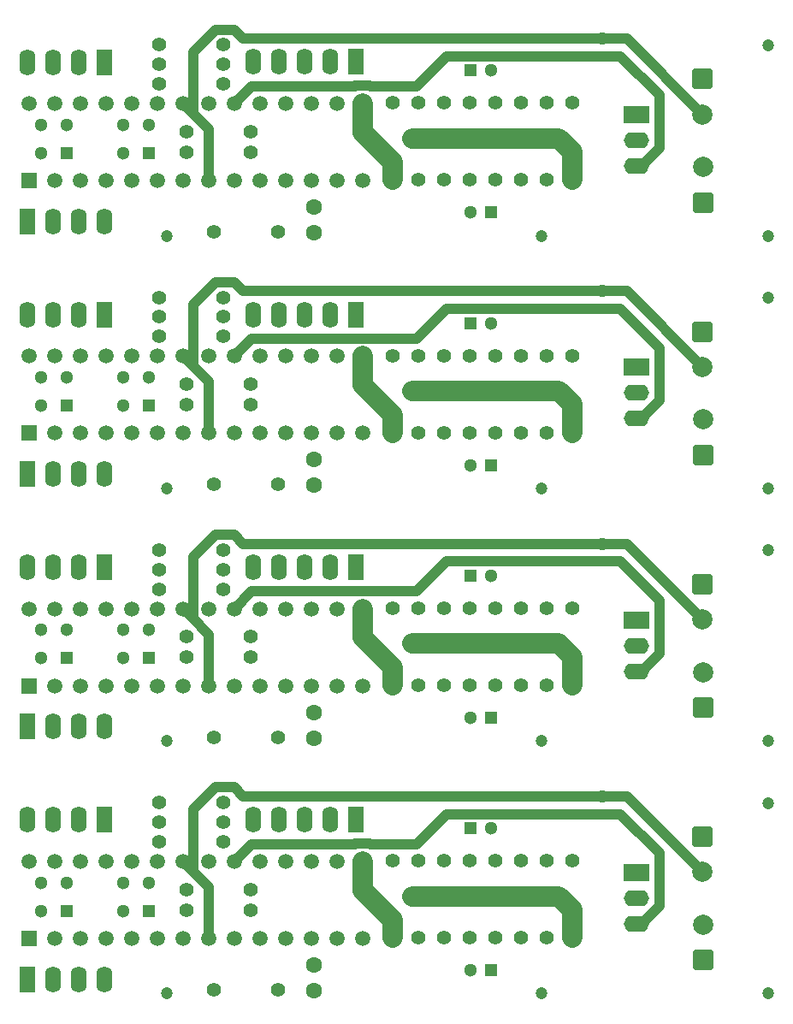
<source format=gbl>
G04*
G04 #@! TF.GenerationSoftware,Altium Limited,Altium Designer,21.4.1 (30)*
G04*
G04 Layer_Physical_Order=2*
G04 Layer_Color=16711680*
%FSLAX44Y44*%
%MOMM*%
G71*
G04*
G04 #@! TF.SameCoordinates,D2FBEB8F-326A-44D8-8F55-22F389190F62*
G04*
G04*
G04 #@! TF.FilePolarity,Positive*
G04*
G01*
G75*
%ADD16C,1.0000*%
%ADD18C,2.0000*%
%ADD22R,1.6000X2.6000*%
%ADD23O,1.6000X2.6000*%
%ADD24R,1.4000X1.4000*%
%ADD25C,1.4000*%
%ADD26R,1.3000X1.3000*%
%ADD27C,1.3000*%
%ADD28C,2.0000*%
G04:AMPARAMS|DCode=29|XSize=2mm|YSize=2mm|CornerRadius=0.25mm|HoleSize=0mm|Usage=FLASHONLY|Rotation=270.000|XOffset=0mm|YOffset=0mm|HoleType=Round|Shape=RoundedRectangle|*
%AMROUNDEDRECTD29*
21,1,2.0000,1.5000,0,0,270.0*
21,1,1.5000,2.0000,0,0,270.0*
1,1,0.5000,-0.7500,-0.7500*
1,1,0.5000,-0.7500,0.7500*
1,1,0.5000,0.7500,0.7500*
1,1,0.5000,0.7500,-0.7500*
%
%ADD29ROUNDEDRECTD29*%
%ADD30C,1.2000*%
%ADD31C,1.3970*%
%ADD32C,1.6000*%
%ADD33O,2.5000X1.6000*%
%ADD34R,2.5000X1.8000*%
%ADD35R,1.5000X1.5000*%
%ADD36C,1.5000*%
%ADD37R,1.3000X1.3000*%
%ADD38C,1.2700*%
D16*
X849996Y117703D02*
Y169773D01*
X826882Y99923D02*
X832216D01*
X849996Y117703D01*
X437937Y225978D02*
X817719D01*
X639302Y208376D02*
X811393D01*
X388678Y212866D02*
X410703Y234891D01*
X429024D02*
X437937Y225978D01*
X609843Y178917D02*
X639302Y208376D01*
X817719Y225978D02*
X892668Y151029D01*
X811393Y208376D02*
X849996Y169773D01*
X403718Y85445D02*
Y136245D01*
X386613Y153350D02*
X403718Y136245D01*
X446390Y178917D02*
X548585D01*
X429118Y161645D02*
X446390Y178917D01*
X548585D02*
X548853Y179185D01*
X563651Y178917D02*
X609843D01*
X548853Y179185D02*
X563383D01*
X563651Y178917D01*
X418704Y181149D02*
X419464Y180389D01*
X388678Y155415D02*
Y212866D01*
X378318Y161645D02*
X386613Y153350D01*
X410703Y234891D02*
X429024D01*
X849996Y367703D02*
Y419773D01*
X826882Y349923D02*
X832216D01*
X849996Y367703D01*
X437937Y475978D02*
X817719D01*
X639302Y458376D02*
X811393D01*
X388678Y462866D02*
X410703Y484891D01*
X429024D02*
X437937Y475978D01*
X609843Y428917D02*
X639302Y458376D01*
X817719Y475978D02*
X892668Y401029D01*
X811393Y458376D02*
X849996Y419773D01*
X403718Y335445D02*
Y386245D01*
X386613Y403350D02*
X403718Y386245D01*
X446390Y428917D02*
X548585D01*
X429118Y411645D02*
X446390Y428917D01*
X548585D02*
X548853Y429185D01*
X563651Y428917D02*
X609843D01*
X548853Y429185D02*
X563383D01*
X563651Y428917D01*
X418704Y431149D02*
X419464Y430389D01*
X388678Y405415D02*
Y462866D01*
X378318Y411645D02*
X386613Y403350D01*
X410703Y484891D02*
X429024D01*
X849996Y617703D02*
Y669773D01*
X826882Y599923D02*
X832216D01*
X849996Y617703D01*
X437937Y725978D02*
X817719D01*
X639302Y708376D02*
X811393D01*
X388678Y712866D02*
X410703Y734891D01*
X429024D02*
X437937Y725978D01*
X609843Y678917D02*
X639302Y708376D01*
X817719Y725978D02*
X892668Y651029D01*
X811393Y708376D02*
X849996Y669773D01*
X403718Y585445D02*
Y636245D01*
X386613Y653350D02*
X403718Y636245D01*
X446390Y678917D02*
X548585D01*
X429118Y661645D02*
X446390Y678917D01*
X548585D02*
X548853Y679185D01*
X563651Y678917D02*
X609843D01*
X548853Y679185D02*
X563383D01*
X563651Y678917D01*
X418704Y681149D02*
X419464Y680389D01*
X388678Y655415D02*
Y712866D01*
X378318Y661645D02*
X386613Y653350D01*
X410703Y734891D02*
X429024D01*
X849996Y867703D02*
Y919773D01*
X826882Y849923D02*
X832216D01*
X849996Y867703D01*
X437937Y975978D02*
X817719D01*
X639302Y958376D02*
X811393D01*
X388678Y962866D02*
X410703Y984891D01*
X429024D02*
X437937Y975978D01*
X609843Y928917D02*
X639302Y958376D01*
X817719Y975978D02*
X892668Y901029D01*
X811393Y958376D02*
X849996Y919773D01*
X403718Y835445D02*
Y886245D01*
X386613Y903350D02*
X403718Y886245D01*
X446390Y928917D02*
X548585D01*
X429118Y911645D02*
X446390Y928917D01*
X548585D02*
X548853Y929185D01*
X563651Y928917D02*
X609843D01*
X548853Y929185D02*
X563383D01*
X563651Y928917D01*
X418704Y931149D02*
X419464Y930389D01*
X388678Y905415D02*
Y962866D01*
X378318Y911645D02*
X386613Y903350D01*
X410703Y984891D02*
X429024D01*
D18*
X750428Y127101D02*
X763382Y114147D01*
Y85945D02*
Y114147D01*
X605394Y127101D02*
X750428D01*
X556118Y133197D02*
Y161645D01*
Y133197D02*
X585582Y103733D01*
Y85945D02*
Y103733D01*
X750428Y377101D02*
X763382Y364147D01*
Y335945D02*
Y364147D01*
X605394Y377101D02*
X750428D01*
X556118Y383197D02*
Y411645D01*
Y383197D02*
X585582Y353733D01*
Y335945D02*
Y353733D01*
X750428Y627101D02*
X763382Y614147D01*
Y585945D02*
Y614147D01*
X605394Y627101D02*
X750428D01*
X556118Y633197D02*
Y661645D01*
Y633197D02*
X585582Y603733D01*
Y585945D02*
Y603733D01*
X750428Y877101D02*
X763382Y864147D01*
Y835945D02*
Y864147D01*
X605394Y877101D02*
X750428D01*
X556118Y883197D02*
Y911645D01*
Y883197D02*
X585582Y853733D01*
Y835945D02*
Y853733D01*
D22*
X549318Y202985D02*
D03*
X300334Y202685D02*
D03*
X224034Y45059D02*
D03*
X549318Y452985D02*
D03*
X300334Y452685D02*
D03*
X224034Y295059D02*
D03*
X549318Y702985D02*
D03*
X300334Y702685D02*
D03*
X224034Y545059D02*
D03*
X549318Y952985D02*
D03*
X300334Y952685D02*
D03*
X224034Y795059D02*
D03*
D23*
X523918Y202985D02*
D03*
X498518D02*
D03*
X473118D02*
D03*
X447718D02*
D03*
X274934Y202685D02*
D03*
X249534D02*
D03*
X224134D02*
D03*
X249434Y45059D02*
D03*
X274834D02*
D03*
X300234D02*
D03*
X523918Y452985D02*
D03*
X498518D02*
D03*
X473118D02*
D03*
X447718D02*
D03*
X274934Y452685D02*
D03*
X249534D02*
D03*
X224134D02*
D03*
X249434Y295059D02*
D03*
X274834D02*
D03*
X300234D02*
D03*
X523918Y702985D02*
D03*
X498518D02*
D03*
X473118D02*
D03*
X447718D02*
D03*
X274934Y702685D02*
D03*
X249534D02*
D03*
X224134D02*
D03*
X249434Y545059D02*
D03*
X274834D02*
D03*
X300234D02*
D03*
X523918Y952985D02*
D03*
X498518D02*
D03*
X473118D02*
D03*
X447718D02*
D03*
X274934Y952685D02*
D03*
X249534D02*
D03*
X224134D02*
D03*
X249434Y795059D02*
D03*
X274834D02*
D03*
X300234D02*
D03*
D24*
X585582Y85945D02*
D03*
Y335945D02*
D03*
Y585945D02*
D03*
Y835945D02*
D03*
D25*
X610982Y85945D02*
D03*
X636382D02*
D03*
X661782D02*
D03*
X687182D02*
D03*
X712582D02*
D03*
X737982D02*
D03*
X763382D02*
D03*
X585582Y162145D02*
D03*
X610982D02*
D03*
X636382D02*
D03*
X661782D02*
D03*
X687182D02*
D03*
X712582D02*
D03*
X737982D02*
D03*
X763382D02*
D03*
X610982Y335945D02*
D03*
X636382D02*
D03*
X661782D02*
D03*
X687182D02*
D03*
X712582D02*
D03*
X737982D02*
D03*
X763382D02*
D03*
X585582Y412145D02*
D03*
X610982D02*
D03*
X636382D02*
D03*
X661782D02*
D03*
X687182D02*
D03*
X712582D02*
D03*
X737982D02*
D03*
X763382D02*
D03*
X610982Y585945D02*
D03*
X636382D02*
D03*
X661782D02*
D03*
X687182D02*
D03*
X712582D02*
D03*
X737982D02*
D03*
X763382D02*
D03*
X585582Y662145D02*
D03*
X610982D02*
D03*
X636382D02*
D03*
X661782D02*
D03*
X687182D02*
D03*
X712582D02*
D03*
X737982D02*
D03*
X763382D02*
D03*
X610982Y835945D02*
D03*
X636382D02*
D03*
X661782D02*
D03*
X687182D02*
D03*
X712582D02*
D03*
X737982D02*
D03*
X763382D02*
D03*
X585582Y912145D02*
D03*
X610982D02*
D03*
X636382D02*
D03*
X661782D02*
D03*
X687182D02*
D03*
X712582D02*
D03*
X737982D02*
D03*
X763382D02*
D03*
D26*
X663032Y194336D02*
D03*
X683032Y53949D02*
D03*
X663032Y444336D02*
D03*
X683032Y303949D02*
D03*
X663032Y694336D02*
D03*
X683032Y553949D02*
D03*
X663032Y944336D02*
D03*
X683032Y803949D02*
D03*
D27*
X683032Y194336D02*
D03*
X663032Y53949D02*
D03*
X263510Y140795D02*
D03*
X238110Y112795D02*
D03*
Y140795D02*
D03*
X344536D02*
D03*
X319136Y112795D02*
D03*
Y140795D02*
D03*
X683032Y444336D02*
D03*
X663032Y303949D02*
D03*
X263510Y390795D02*
D03*
X238110Y362795D02*
D03*
Y390795D02*
D03*
X344536D02*
D03*
X319136Y362795D02*
D03*
Y390795D02*
D03*
X683032Y694336D02*
D03*
X663032Y553949D02*
D03*
X263510Y640795D02*
D03*
X238110Y612795D02*
D03*
Y640795D02*
D03*
X344536D02*
D03*
X319136Y612795D02*
D03*
Y640795D02*
D03*
X683032Y944336D02*
D03*
X663032Y803949D02*
D03*
X263510Y890795D02*
D03*
X238110Y862795D02*
D03*
Y890795D02*
D03*
X344536D02*
D03*
X319136Y862795D02*
D03*
Y890795D02*
D03*
D28*
X892668Y151029D02*
D03*
X893150Y98881D02*
D03*
X892668Y401029D02*
D03*
X893150Y348881D02*
D03*
X892668Y651029D02*
D03*
X893150Y598881D02*
D03*
X892668Y901029D02*
D03*
X893150Y848881D02*
D03*
D29*
X892668Y186029D02*
D03*
X893150Y63881D02*
D03*
X892668Y436029D02*
D03*
X893150Y313881D02*
D03*
X892668Y686029D02*
D03*
X893150Y563881D02*
D03*
X892668Y936029D02*
D03*
X893150Y813881D02*
D03*
D30*
X957692Y219557D02*
D03*
X733664Y30835D02*
D03*
X362570D02*
D03*
X957692D02*
D03*
Y469557D02*
D03*
X733664Y280835D02*
D03*
X362570D02*
D03*
X957692D02*
D03*
Y719557D02*
D03*
X733664Y530835D02*
D03*
X362570D02*
D03*
X957692D02*
D03*
Y969557D02*
D03*
X733664Y780835D02*
D03*
X362570D02*
D03*
X957692D02*
D03*
D31*
X355204Y200480D02*
D03*
X418704D02*
D03*
Y181149D02*
D03*
X355204D02*
D03*
Y219811D02*
D03*
X418704D02*
D03*
X472496Y34645D02*
D03*
X408996D02*
D03*
X381874Y113639D02*
D03*
X445374D02*
D03*
X381874Y133959D02*
D03*
X445374D02*
D03*
X355204Y450480D02*
D03*
X418704D02*
D03*
Y431149D02*
D03*
X355204D02*
D03*
Y469811D02*
D03*
X418704D02*
D03*
X472496Y284645D02*
D03*
X408996D02*
D03*
X381874Y363639D02*
D03*
X445374D02*
D03*
X381874Y383959D02*
D03*
X445374D02*
D03*
X355204Y700480D02*
D03*
X418704D02*
D03*
Y681149D02*
D03*
X355204D02*
D03*
Y719811D02*
D03*
X418704D02*
D03*
X472496Y534645D02*
D03*
X408996D02*
D03*
X381874Y613639D02*
D03*
X445374D02*
D03*
X381874Y633959D02*
D03*
X445374D02*
D03*
X355204Y950480D02*
D03*
X418704D02*
D03*
Y931149D02*
D03*
X355204D02*
D03*
Y969811D02*
D03*
X418704D02*
D03*
X472496Y784645D02*
D03*
X408996D02*
D03*
X381874Y863639D02*
D03*
X445374D02*
D03*
X381874Y883959D02*
D03*
X445374D02*
D03*
D32*
X507858Y33883D02*
D03*
Y59283D02*
D03*
Y283883D02*
D03*
Y309283D02*
D03*
Y533883D02*
D03*
Y559283D02*
D03*
Y783883D02*
D03*
Y809283D02*
D03*
D33*
X826882Y99923D02*
D03*
Y125323D02*
D03*
Y349923D02*
D03*
Y375323D02*
D03*
Y599923D02*
D03*
Y625323D02*
D03*
Y849923D02*
D03*
Y875323D02*
D03*
D34*
Y150723D02*
D03*
Y400723D02*
D03*
Y650723D02*
D03*
Y900723D02*
D03*
D35*
X225918Y85445D02*
D03*
Y335445D02*
D03*
Y585445D02*
D03*
Y835445D02*
D03*
D36*
X251318Y85445D02*
D03*
X276718D02*
D03*
X302118D02*
D03*
X327518D02*
D03*
X352918D02*
D03*
X378318D02*
D03*
X403718D02*
D03*
X429118D02*
D03*
X454518D02*
D03*
X479918D02*
D03*
X505318D02*
D03*
X530718D02*
D03*
X556118D02*
D03*
X225918Y161645D02*
D03*
X251318D02*
D03*
X276718D02*
D03*
X302118D02*
D03*
X327518D02*
D03*
X352918D02*
D03*
X378318D02*
D03*
X403718D02*
D03*
X429118D02*
D03*
X454518D02*
D03*
X479918D02*
D03*
X505318D02*
D03*
X530718D02*
D03*
X556118D02*
D03*
X251318Y335445D02*
D03*
X276718D02*
D03*
X302118D02*
D03*
X327518D02*
D03*
X352918D02*
D03*
X378318D02*
D03*
X403718D02*
D03*
X429118D02*
D03*
X454518D02*
D03*
X479918D02*
D03*
X505318D02*
D03*
X530718D02*
D03*
X556118D02*
D03*
X225918Y411645D02*
D03*
X251318D02*
D03*
X276718D02*
D03*
X302118D02*
D03*
X327518D02*
D03*
X352918D02*
D03*
X378318D02*
D03*
X403718D02*
D03*
X429118D02*
D03*
X454518D02*
D03*
X479918D02*
D03*
X505318D02*
D03*
X530718D02*
D03*
X556118D02*
D03*
X251318Y585445D02*
D03*
X276718D02*
D03*
X302118D02*
D03*
X327518D02*
D03*
X352918D02*
D03*
X378318D02*
D03*
X403718D02*
D03*
X429118D02*
D03*
X454518D02*
D03*
X479918D02*
D03*
X505318D02*
D03*
X530718D02*
D03*
X556118D02*
D03*
X225918Y661645D02*
D03*
X251318D02*
D03*
X276718D02*
D03*
X302118D02*
D03*
X327518D02*
D03*
X352918D02*
D03*
X378318D02*
D03*
X403718D02*
D03*
X429118D02*
D03*
X454518D02*
D03*
X479918D02*
D03*
X505318D02*
D03*
X530718D02*
D03*
X556118D02*
D03*
X251318Y835445D02*
D03*
X276718D02*
D03*
X302118D02*
D03*
X327518D02*
D03*
X352918D02*
D03*
X378318D02*
D03*
X403718D02*
D03*
X429118D02*
D03*
X454518D02*
D03*
X479918D02*
D03*
X505318D02*
D03*
X530718D02*
D03*
X556118D02*
D03*
X225918Y911645D02*
D03*
X251318D02*
D03*
X276718D02*
D03*
X302118D02*
D03*
X327518D02*
D03*
X352918D02*
D03*
X378318D02*
D03*
X403718D02*
D03*
X429118D02*
D03*
X454518D02*
D03*
X479918D02*
D03*
X505318D02*
D03*
X530718D02*
D03*
X556118D02*
D03*
D37*
X263510Y112795D02*
D03*
X344536D02*
D03*
X263510Y362795D02*
D03*
X344536D02*
D03*
X263510Y612795D02*
D03*
X344536D02*
D03*
X263510Y862795D02*
D03*
X344536D02*
D03*
D38*
X793537Y225978D02*
D03*
X605394Y127101D02*
D03*
X793537Y475978D02*
D03*
X605394Y377101D02*
D03*
X793537Y725978D02*
D03*
X605394Y627101D02*
D03*
X793537Y975978D02*
D03*
X605394Y877101D02*
D03*
M02*

</source>
